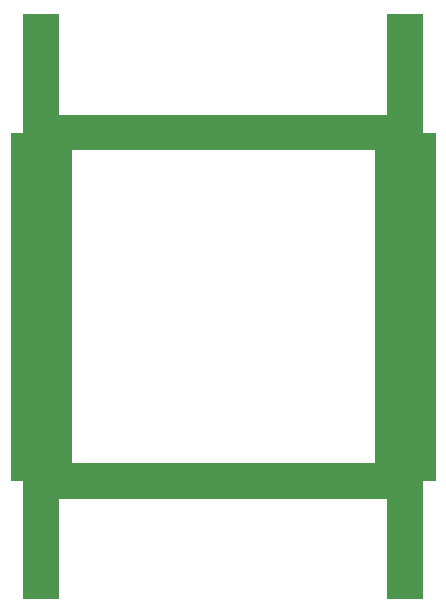
<source format=gtl>
G04 Layer: TopLayer*
G04 EasyEDA Pro v2.1.42, 2023-12-20 16:08:35*
G04 Gerber Generator version 0.3*
G04 Scale: 100 percent, Rotated: No, Reflected: No*
G04 Dimensions in millimeters*
G04 Leading zeros omitted, absolute positions, 3 integers and 5 decimals*
%FSLAX35Y35*%
%MOMM*%
%ADD10C,0.254*%
G75*


G04 PolygonModel Start*
G36*
G01X-1691640Y2476297D02*
G01X-1691640Y1476299D01*
G01X-1799895D01*
G01Y1325016D01*
G01X-1280820D01*
G01X1280820D01*
G01Y-1325016D01*
G01X-1280820D01*
G01Y1325016D01*
G01X-1799895D01*
G01Y-1476299D01*
G01X-1691640D01*
G01Y-2476297D01*
G01X-1389075D01*
G01Y-1627581D01*
G01X1389075D01*
G01Y-2476297D01*
G01X1691640D01*
G01Y-1476299D01*
G01X1799895D01*
G01Y1476299D01*
G01X1691640D01*
G01Y2476297D01*
G01X1389075D01*
G01Y1627581D01*
G01X-1389075D01*
G01Y2476297D01*
G37*
G04 PolygonModel End*
G54D10*

M02*

</source>
